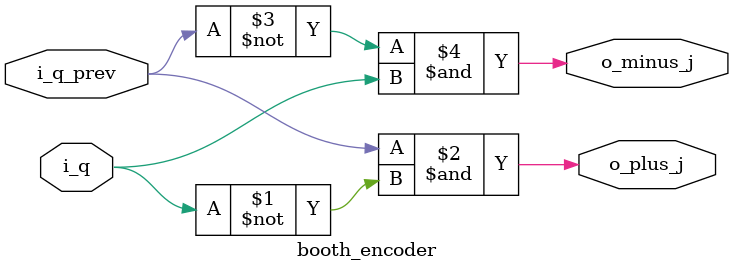
<source format=sv>
module booth_encoder
(
	input i_q_prev,
	input i_q,
	output o_plus_j,
	output o_minus_j
);

	//plus_j 
	assign o_plus_j = i_q_prev & ~i_q;

	//minus_j
	assign o_minus_j = ~i_q_prev & i_q;

endmodule
</source>
